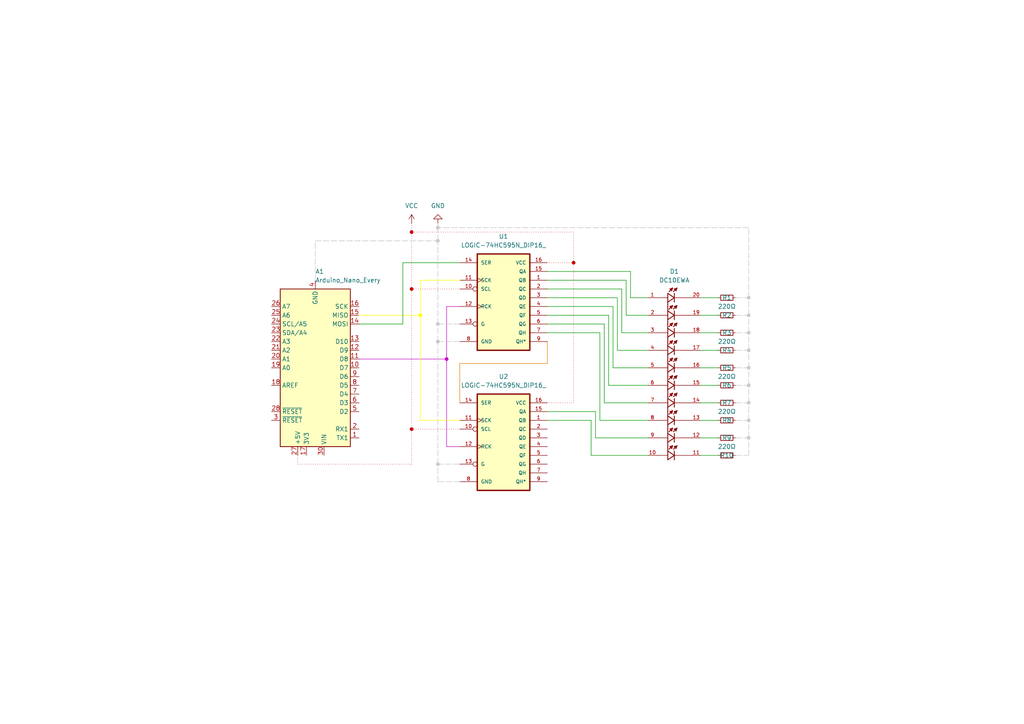
<source format=kicad_sch>
(kicad_sch (version 20230121) (generator eeschema)
  (paper "A4")
  (lib_symbols
    (symbol "74HC595N:LOGIC-74HC595N_DIP16_" (pin_names (offset 1.016))
      (property "Reference" "U" (at -7.6202 15.2404 0))
      (property "Value" "LOGIC-74HC595N_DIP16_" (at 0 15.2649 0))
      (symbol "LOGIC-74HC595N_DIP16__0_0"
        (rectangle (start -7.62 -13.97) (end 7.62 13.97) (stroke (width 0.4064)) (fill (type background)))
        (pin tri_state line (at 12.7 6.35 180) (length 5.08) (name "QB") (number "1"))
        (pin input inverted (at -12.7 3.81 0) (length 5.08) (name "SCL") (number "10"))
        (pin input clock (at -12.7 6.35 0) (length 5.08) (name "SCK") (number "11"))
        (pin input clock (at -12.7 -1.27 0) (length 5.08) (name "RCK") (number "12"))
        (pin input inverted (at -12.7 -6.35 0) (length 5.08) (name "G") (number "13"))
        (pin input line (at -12.7 11.43 0) (length 5.08) (name "SER") (number "14"))
        (pin tri_state line (at 12.7 8.89 180) (length 5.08) (name "QA") (number "15"))
        (pin power_in line (at 12.7 11.43 180) (length 5.08) (name "VCC") (number "16"))
        (pin tri_state line (at 12.7 3.81 180) (length 5.08) (name "QC") (number "2"))
        (pin tri_state line (at 12.7 1.27 180) (length 5.08) (name "QD") (number "3"))
        (pin tri_state line (at 12.7 -1.27 180) (length 5.08) (name "QE") (number "4"))
        (pin tri_state line (at 12.7 -3.81 180) (length 5.08) (name "QF") (number "5"))
        (pin tri_state line (at 12.7 -6.35 180) (length 5.08) (name "QG") (number "6"))
        (pin tri_state line (at 12.7 -8.89 180) (length 5.08) (name "QH") (number "7"))
        (pin power_in line (at -12.7 -11.43 0) (length 5.08) (name "GND") (number "8"))
        (pin tri_state line (at 12.7 -11.43 180) (length 5.08) (name "QH*") (number "9"))
      )
    )
    (symbol "DC10EWA:DC10EWA" (pin_names (offset 1.016))
      (property "Reference" "D" (at -7.62 27.94 0))
      (property "Value" "DC10EWA" (at -7.62 -27.94 0))
      (symbol "DC10EWA_0_0"
        (rectangle (start -1.905 -24.13) (end -1.905 24.13) (stroke (width 0.254)) (fill (type background)))
        (polyline (pts (xy -1.905 -24.13) (xy 0 -22.86)) (stroke (width 0.254)))
        (polyline (pts (xy -1.905 -22.86) (xy -5.08 -22.86)) (stroke (width 0.1524)))
        (polyline (pts (xy -1.905 -19.05) (xy 0 -17.78)) (stroke (width 0.254)))
        (polyline (pts (xy -1.905 -17.78) (xy -5.08 -17.78)) (stroke (width 0.1524)))
        (polyline (pts (xy -1.905 -13.97) (xy 0 -12.7)) (stroke (width 0.254)))
        (polyline (pts (xy -1.905 -12.7) (xy -5.08 -12.7)) (stroke (width 0.1524)))
        (polyline (pts (xy -1.905 -8.89) (xy 0 -7.62)) (stroke (width 0.254)))
        (polyline (pts (xy -1.905 -7.62) (xy -5.08 -7.62)) (stroke (width 0.1524)))
        (polyline (pts (xy -1.905 -3.81) (xy 0 -2.54)) (stroke (width 0.254)))
        (polyline (pts (xy -1.905 -2.54) (xy -5.08 -2.54)) (stroke (width 0.1524)))
        (polyline (pts (xy -1.905 1.27) (xy 0 2.54)) (stroke (width 0.254)))
        (polyline (pts (xy -1.905 2.54) (xy -5.08 2.54)) (stroke (width 0.1524)))
        (polyline (pts (xy -1.905 6.35) (xy 0 7.62)) (stroke (width 0.254)))
        (polyline (pts (xy -1.905 7.62) (xy -5.08 7.62)) (stroke (width 0.1524)))
        (polyline (pts (xy -1.905 11.43) (xy 0 12.7)) (stroke (width 0.254)))
        (polyline (pts (xy -1.905 12.7) (xy -5.08 12.7)) (stroke (width 0.1524)))
        (polyline (pts (xy -1.905 16.51) (xy 0 17.78)) (stroke (width 0.254)))
        (polyline (pts (xy -1.905 17.78) (xy -5.08 17.78)) (stroke (width 0.1524)))
        (polyline (pts (xy -1.905 21.59) (xy 0 22.86)) (stroke (width 0.254)))
        (polyline (pts (xy -1.905 22.86) (xy -5.08 22.86)) (stroke (width 0.1524)))
        (polyline (pts (xy -1.27 -20.32) (xy -0.508 -20.066)) (stroke (width 0.254)))
        (polyline (pts (xy -1.27 -15.24) (xy -0.508 -14.986)) (stroke (width 0.254)))
        (polyline (pts (xy -1.27 -10.16) (xy -0.508 -9.906)) (stroke (width 0.254)))
        (polyline (pts (xy -1.27 -5.08) (xy -0.508 -4.826)) (stroke (width 0.254)))
        (polyline (pts (xy -1.27 0) (xy -0.508 0.254)) (stroke (width 0.254)))
        (polyline (pts (xy -1.27 5.08) (xy -0.508 5.334)) (stroke (width 0.254)))
        (polyline (pts (xy -1.27 10.16) (xy -0.508 10.414)) (stroke (width 0.254)))
        (polyline (pts (xy -1.27 15.24) (xy -0.508 15.494)) (stroke (width 0.254)))
        (polyline (pts (xy -1.27 20.32) (xy -0.508 20.574)) (stroke (width 0.254)))
        (polyline (pts (xy -1.27 25.4) (xy -0.508 25.654)) (stroke (width 0.254)))
        (polyline (pts (xy -0.762 -20.828) (xy -1.27 -20.32)) (stroke (width 0.254)))
        (polyline (pts (xy -0.762 -20.32) (xy -1.524 -21.082)) (stroke (width 0.254)))
        (polyline (pts (xy -0.762 -20.32) (xy -1.27 -20.32)) (stroke (width 0.254)))
        (polyline (pts (xy -0.762 -20.32) (xy -0.762 -20.828)) (stroke (width 0.254)))
        (polyline (pts (xy -0.762 -15.748) (xy -1.27 -15.24)) (stroke (width 0.254)))
        (polyline (pts (xy -0.762 -15.24) (xy -1.524 -16.002)) (stroke (width 0.254)))
        (polyline (pts (xy -0.762 -15.24) (xy -1.27 -15.24)) (stroke (width 0.254)))
        (polyline (pts (xy -0.762 -15.24) (xy -0.762 -15.748)) (stroke (width 0.254)))
        (polyline (pts (xy -0.762 -10.668) (xy -1.27 -10.16)) (stroke (width 0.254)))
        (polyline (pts (xy -0.762 -10.16) (xy -1.524 -10.922)) (stroke (width 0.254)))
        (polyline (pts (xy -0.762 -10.16) (xy -1.27 -10.16)) (stroke (width 0.254)))
        (polyline (pts (xy -0.762 -10.16) (xy -0.762 -10.668)) (stroke (width 0.254)))
        (polyline (pts (xy -0.762 -5.588) (xy -1.27 -5.08)) (stroke (width 0.254)))
        (polyline (pts (xy -0.762 -5.08) (xy -1.524 -5.842)) (stroke (width 0.254)))
        (polyline (pts (xy -0.762 -5.08) (xy -1.27 -5.08)) (stroke (width 0.254)))
        (polyline (pts (xy -0.762 -5.08) (xy -0.762 -5.588)) (stroke (width 0.254)))
        (polyline (pts (xy -0.762 -0.508) (xy -1.27 0)) (stroke (width 0.254)))
        (polyline (pts (xy -0.762 0) (xy -1.524 -0.762)) (stroke (width 0.254)))
        (polyline (pts (xy -0.762 0) (xy -1.27 0)) (stroke (width 0.254)))
        (polyline (pts (xy -0.762 0) (xy -0.762 -0.508)) (stroke (width 0.254)))
        (polyline (pts (xy -0.762 4.572) (xy -1.27 5.08)) (stroke (width 0.254)))
        (polyline (pts (xy -0.762 5.08) (xy -1.524 4.318)) (stroke (width 0.254)))
        (polyline (pts (xy -0.762 5.08) (xy -1.27 5.08)) (stroke (width 0.254)))
        (polyline (pts (xy -0.762 5.08) (xy -0.762 4.572)) (stroke (width 0.254)))
        (polyline (pts (xy -0.762 9.652) (xy -1.27 10.16)) (stroke (width 0.254)))
        (polyline (pts (xy -0.762 10.16) (xy -1.524 9.398)) (stroke (width 0.254)))
        (polyline (pts (xy -0.762 10.16) (xy -1.27 10.16)) (stroke (width 0.254)))
        (polyline (pts (xy -0.762 10.16) (xy -0.762 9.652)) (stroke (width 0.254)))
        (polyline (pts (xy -0.762 14.732) (xy -1.27 15.24)) (stroke (width 0.254)))
        (polyline (pts (xy -0.762 15.24) (xy -1.524 14.478)) (stroke (width 0.254)))
        (polyline (pts (xy -0.762 15.24) (xy -1.27 15.24)) (stroke (width 0.254)))
        (polyline (pts (xy -0.762 15.24) (xy -0.762 14.732)) (stroke (width 0.254)))
        (polyline (pts (xy -0.762 19.812) (xy -1.27 20.32)) (stroke (width 0.254)))
        (polyline (pts (xy -0.762 20.32) (xy -1.524 19.558)) (stroke (width 0.254)))
        (polyline (pts (xy -0.762 20.32) (xy -1.27 20.32)) (stroke (width 0.254)))
        (polyline (pts (xy -0.762 20.32) (xy -0.762 19.812)) (stroke (width 0.254)))
        (polyline (pts (xy -0.762 24.892) (xy -1.27 25.4)) (stroke (width 0.254)))
        (polyline (pts (xy -0.762 25.4) (xy -1.524 24.638)) (stroke (width 0.254)))
        (polyline (pts (xy -0.762 25.4) (xy -1.27 25.4)) (stroke (width 0.254)))
        (polyline (pts (xy -0.762 25.4) (xy -0.762 24.892)) (stroke (width 0.254)))
        (polyline (pts (xy -0.508 -20.066) (xy -0.762 -20.828)) (stroke (width 0.254)))
        (polyline (pts (xy -0.508 -20.066) (xy -0.762 -20.32)) (stroke (width 0.254)))
        (polyline (pts (xy -0.508 -14.986) (xy -0.762 -15.748)) (stroke (width 0.254)))
        (polyline (pts (xy -0.508 -14.986) (xy -0.762 -15.24)) (stroke (width 0.254)))
        (polyline (pts (xy -0.508 -9.906) (xy -0.762 -10.668)) (stroke (width 0.254)))
        (polyline (pts (xy -0.508 -9.906) (xy -0.762 -10.16)) (stroke (width 0.254)))
        (polyline (pts (xy -0.508 -4.826) (xy -0.762 -5.588)) (stroke (width 0.254)))
        (polyline (pts (xy -0.508 -4.826) (xy -0.762 -5.08)) (stroke (width 0.254)))
        (polyline (pts (xy -0.508 0.254) (xy -0.762 -0.508)) (stroke (width 0.254)))
        (polyline (pts (xy -0.508 0.254) (xy -0.762 0)) (stroke (width 0.254)))
        (polyline (pts (xy -0.508 5.334) (xy -0.762 4.572)) (stroke (width 0.254)))
        (polyline (pts (xy -0.508 5.334) (xy -0.762 5.08)) (stroke (width 0.254)))
        (polyline (pts (xy -0.508 10.414) (xy -0.762 9.652)) (stroke (width 0.254)))
        (polyline (pts (xy -0.508 10.414) (xy -0.762 10.16)) (stroke (width 0.254)))
        (polyline (pts (xy -0.508 15.494) (xy -0.762 14.732)) (stroke (width 0.254)))
        (polyline (pts (xy -0.508 15.494) (xy -0.762 15.24)) (stroke (width 0.254)))
        (polyline (pts (xy -0.508 20.574) (xy -0.762 19.812)) (stroke (width 0.254)))
        (polyline (pts (xy -0.508 20.574) (xy -0.762 20.32)) (stroke (width 0.254)))
        (polyline (pts (xy -0.508 25.654) (xy -0.762 24.892)) (stroke (width 0.254)))
        (polyline (pts (xy -0.508 25.654) (xy -0.762 25.4)) (stroke (width 0.254)))
        (polyline (pts (xy 0 -22.86) (xy -1.905 -21.59)) (stroke (width 0.254)))
        (polyline (pts (xy 0 -22.86) (xy 5.08 -22.86)) (stroke (width 0.1524)))
        (polyline (pts (xy 0 -21.59) (xy 0 -24.13)) (stroke (width 0.254)))
        (polyline (pts (xy 0 -20.32) (xy 0.762 -20.066)) (stroke (width 0.254)))
        (polyline (pts (xy 0 -17.78) (xy -1.905 -16.51)) (stroke (width 0.254)))
        (polyline (pts (xy 0 -17.78) (xy 5.08 -17.78)) (stroke (width 0.1524)))
        (polyline (pts (xy 0 -16.51) (xy 0 -19.05)) (stroke (width 0.254)))
        (polyline (pts (xy 0 -15.24) (xy 0.762 -14.986)) (stroke (width 0.254)))
        (polyline (pts (xy 0 -12.7) (xy -1.905 -11.43)) (stroke (width 0.254)))
        (polyline (pts (xy 0 -12.7) (xy 5.08 -12.7)) (stroke (width 0.1524)))
        (polyline (pts (xy 0 -11.43) (xy 0 -13.97)) (stroke (width 0.254)))
        (polyline (pts (xy 0 -10.16) (xy 0.762 -9.906)) (stroke (width 0.254)))
        (polyline (pts (xy 0 -7.62) (xy -1.905 -6.35)) (stroke (width 0.254)))
        (polyline (pts (xy 0 -7.62) (xy 5.08 -7.62)) (stroke (width 0.1524)))
        (polyline (pts (xy 0 -6.35) (xy 0 -8.89)) (stroke (width 0.254)))
        (polyline (pts (xy 0 -5.08) (xy 0.762 -4.826)) (stroke (width 0.254)))
        (polyline (pts (xy 0 -2.54) (xy -1.905 -1.27)) (stroke (width 0.254)))
        (polyline (pts (xy 0 -2.54) (xy 5.08 -2.54)) (stroke (width 0.1524)))
        (polyline (pts (xy 0 -1.27) (xy 0 -3.81)) (stroke (width 0.254)))
        (polyline (pts (xy 0 0) (xy 0.762 0.254)) (stroke (width 0.254)))
        (polyline (pts (xy 0 2.54) (xy -1.905 3.81)) (stroke (width 0.254)))
        (polyline (pts (xy 0 2.54) (xy 5.08 2.54)) (stroke (width 0.1524)))
        (polyline (pts (xy 0 3.81) (xy 0 1.27)) (stroke (width 0.254)))
        (polyline (pts (xy 0 5.08) (xy 0.762 5.334)) (stroke (width 0.254)))
        (polyline (pts (xy 0 7.62) (xy -1.905 8.89)) (stroke (width 0.254)))
        (polyline (pts (xy 0 7.62) (xy 5.08 7.62)) (stroke (width 0.1524)))
        (polyline (pts (xy 0 8.89) (xy 0 6.35)) (stroke (width 0.254)))
        (polyline (pts (xy 0 10.16) (xy 0.762 10.414)) (stroke (width 0.254)))
        (polyline (pts (xy 0 12.7) (xy -1.905 13.97)) (stroke (width 0.254)))
        (polyline (pts (xy 0 12.7) (xy 5.08 12.7)) (stroke (width 0.1524)))
        (polyline (pts (xy 0 13.97) (xy 0 11.43)) (stroke (width 0.254)))
        (polyline (pts (xy 0 15.24) (xy 0.762 15.494)) (stroke (width 0.254)))
        (polyline (pts (xy 0 17.78) (xy -1.905 19.05)) (stroke (width 0.254)))
        (polyline (pts (xy 0 17.78) (xy 5.08 17.78)) (stroke (width 0.1524)))
        (polyline (pts (xy 0 19.05) (xy 0 16.51)) (stroke (width 0.254)))
        (polyline (pts (xy 0 20.32) (xy 0.762 20.574)) (stroke (width 0.254)))
        (polyline (pts (xy 0 22.86) (xy -1.905 24.13)) (stroke (width 0.254)))
        (polyline (pts (xy 0 22.86) (xy 5.08 22.86)) (stroke (width 0.1524)))
        (polyline (pts (xy 0 24.13) (xy 0 21.59)) (stroke (width 0.254)))
        (polyline (pts (xy 0 25.4) (xy 0.762 25.654)) (stroke (width 0.254)))
        (polyline (pts (xy 0.508 -20.828) (xy 0 -20.32)) (stroke (width 0.254)))
        (polyline (pts (xy 0.508 -20.32) (xy -0.254 -21.082)) (stroke (width 0.254)))
        (polyline (pts (xy 0.508 -20.32) (xy 0 -20.32)) (stroke (width 0.254)))
        (polyline (pts (xy 0.508 -20.32) (xy 0.508 -20.828)) (stroke (width 0.254)))
        (polyline (pts (xy 0.508 -15.748) (xy 0 -15.24)) (stroke (width 0.254)))
        (polyline (pts (xy 0.508 -15.24) (xy -0.254 -16.002)) (stroke (width 0.254)))
        (polyline (pts (xy 0.508 -15.24) (xy 0 -15.24)) (stroke (width 0.254)))
        (polyline (pts (xy 0.508 -15.24) (xy 0.508 -15.748)) (stroke (width 0.254)))
        (polyline (pts (xy 0.508 -10.668) (xy 0 -10.16)) (stroke (width 0.254)))
        (polyline (pts (xy 0.508 -10.16) (xy -0.254 -10.922)) (stroke (width 0.254)))
        (polyline (pts (xy 0.508 -10.16) (xy 0 -10.16)) (stroke (width 0.254)))
        (polyline (pts (xy 0.508 -10.16) (xy 0.508 -10.668)) (stroke (width 0.254)))
        (polyline (pts (xy 0.508 -5.588) (xy 0 -5.08)) (stroke (width 0.254)))
        (polyline (pts (xy 0.508 -5.08) (xy -0.254 -5.842)) (stroke (width 0.254)))
        (polyline (pts (xy 0.508 -5.08) (xy 0 -5.08)) (stroke (width 0.254)))
        (polyline (pts (xy 0.508 -5.08) (xy 0.508 -5.588)) (stroke (width 0.254)))
        (polyline (pts (xy 0.508 -0.508) (xy 0 0)) (stroke (width 0.254)))
        (polyline (pts (xy 0.508 0) (xy -0.254 -0.762)) (stroke (width 0.254)))
        (polyline (pts (xy 0.508 0) (xy 0 0)) (stroke (width 0.254)))
        (polyline (pts (xy 0.508 0) (xy 0.508 -0.508)) (stroke (width 0.254)))
        (polyline (pts (xy 0.508 4.572) (xy 0 5.08)) (stroke (width 0.254)))
        (polyline (pts (xy 0.508 5.08) (xy -0.254 4.318)) (stroke (width 0.254)))
        (polyline (pts (xy 0.508 5.08) (xy 0 5.08)) (stroke (width 0.254)))
        (polyline (pts (xy 0.508 5.08) (xy 0.508 4.572)) (stroke (width 0.254)))
        (polyline (pts (xy 0.508 9.652) (xy 0 10.16)) (stroke (width 0.254)))
        (polyline (pts (xy 0.508 10.16) (xy -0.254 9.398)) (stroke (width 0.254)))
        (polyline (pts (xy 0.508 10.16) (xy 0 10.16)) (stroke (width 0.254)))
        (polyline (pts (xy 0.508 10.16) (xy 0.508 9.652)) (stroke (width 0.254)))
        (polyline (pts (xy 0.508 14.732) (xy 0 15.24)) (stroke (width 0.254)))
        (polyline (pts (xy 0.508 15.24) (xy -0.254 14.478)) (stroke (width 0.254)))
        (polyline (pts (xy 0.508 15.24) (xy 0 15.24)) (stroke (width 0.254)))
        (polyline (pts (xy 0.508 15.24) (xy 0.508 14.732)) (stroke (width 0.254)))
        (polyline (pts (xy 0.508 19.812) (xy 0 20.32)) (stroke (width 0.254)))
        (polyline (pts (xy 0.508 20.32) (xy -0.254 19.558)) (stroke (width 0.254)))
        (polyline (pts (xy 0.508 20.32) (xy 0 20.32)) (stroke (width 0.254)))
        (polyline (pts (xy 0.508 20.32) (xy 0.508 19.812)) (stroke (width 0.254)))
        (polyline (pts (xy 0.508 24.892) (xy 0 25.4)) (stroke (width 0.254)))
        (polyline (pts (xy 0.508 25.4) (xy -0.254 24.638)) (stroke (width 0.254)))
        (polyline (pts (xy 0.508 25.4) (xy 0 25.4)) (stroke (width 0.254)))
        (polyline (pts (xy 0.508 25.4) (xy 0.508 24.892)) (stroke (width 0.254)))
        (polyline (pts (xy 0.762 -20.066) (xy 0.508 -20.828)) (stroke (width 0.254)))
        (polyline (pts (xy 0.762 -20.066) (xy 0.508 -20.32)) (stroke (width 0.254)))
        (polyline (pts (xy 0.762 -14.986) (xy 0.508 -15.748)) (stroke (width 0.254)))
        (polyline (pts (xy 0.762 -14.986) (xy 0.508 -15.24)) (stroke (width 0.254)))
        (polyline (pts (xy 0.762 -9.906) (xy 0.508 -10.668)) (stroke (width 0.254)))
        (polyline (pts (xy 0.762 -9.906) (xy 0.508 -10.16)) (stroke (width 0.254)))
        (polyline (pts (xy 0.762 -4.826) (xy 0.508 -5.588)) (stroke (width 0.254)))
        (polyline (pts (xy 0.762 -4.826) (xy 0.508 -5.08)) (stroke (width 0.254)))
        (polyline (pts (xy 0.762 0.254) (xy 0.508 -0.508)) (stroke (width 0.254)))
        (polyline (pts (xy 0.762 0.254) (xy 0.508 0)) (stroke (width 0.254)))
        (polyline (pts (xy 0.762 5.334) (xy 0.508 4.572)) (stroke (width 0.254)))
        (polyline (pts (xy 0.762 5.334) (xy 0.508 5.08)) (stroke (width 0.254)))
        (polyline (pts (xy 0.762 10.414) (xy 0.508 9.652)) (stroke (width 0.254)))
        (polyline (pts (xy 0.762 10.414) (xy 0.508 10.16)) (stroke (width 0.254)))
        (polyline (pts (xy 0.762 15.494) (xy 0.508 14.732)) (stroke (width 0.254)))
        (polyline (pts (xy 0.762 15.494) (xy 0.508 15.24)) (stroke (width 0.254)))
        (polyline (pts (xy 0.762 20.574) (xy 0.508 19.812)) (stroke (width 0.254)))
        (polyline (pts (xy 0.762 20.574) (xy 0.508 20.32)) (stroke (width 0.254)))
        (polyline (pts (xy 0.762 25.654) (xy 0.508 24.892)) (stroke (width 0.254)))
        (polyline (pts (xy 0.762 25.654) (xy 0.508 25.4)) (stroke (width 0.254)))
        (pin passive line (at -7.62 22.86 0) (length 2.54) (name "~") (number "1"))
        (pin passive line (at -7.62 -22.86 0) (length 2.54) (name "~") (number "10"))
        (pin passive line (at 7.62 -22.86 180) (length 2.54) (name "~") (number "11"))
        (pin passive line (at 7.62 -17.78 180) (length 2.54) (name "~") (number "12"))
        (pin passive line (at 7.62 -12.7 180) (length 2.54) (name "~") (number "13"))
        (pin passive line (at 7.62 -7.62 180) (length 2.54) (name "~") (number "14"))
        (pin passive line (at 7.62 -2.54 180) (length 2.54) (name "~") (number "15"))
        (pin passive line (at 7.62 2.54 180) (length 2.54) (name "~") (number "16"))
        (pin passive line (at 7.62 7.62 180) (length 2.54) (name "~") (number "17"))
        (pin passive line (at 7.62 12.7 180) (length 2.54) (name "~") (number "18"))
        (pin passive line (at 7.62 17.78 180) (length 2.54) (name "~") (number "19"))
        (pin passive line (at -7.62 17.78 0) (length 2.54) (name "~") (number "2"))
        (pin passive line (at 7.62 22.86 180) (length 2.54) (name "~") (number "20"))
        (pin passive line (at -7.62 12.7 0) (length 2.54) (name "~") (number "3"))
        (pin passive line (at -7.62 7.62 0) (length 2.54) (name "~") (number "4"))
        (pin passive line (at -7.62 2.54 0) (length 2.54) (name "~") (number "5"))
        (pin passive line (at -7.62 -2.54 0) (length 2.54) (name "~") (number "6"))
        (pin passive line (at -7.62 -7.62 0) (length 2.54) (name "~") (number "7"))
        (pin passive line (at -7.62 -12.7 0) (length 2.54) (name "~") (number "8"))
        (pin passive line (at -7.62 -17.78 0) (length 2.54) (name "~") (number "9"))
      )
    )
    (symbol "Device:R_Small" (pin_numbers hide) (pin_names (offset 0.254) hide)
      (property "Reference" "R" (at 0.762 0.508 0))
      (property "Value" "R_Small" (at 0.762 -1.016 0))
      (symbol "R_Small_0_1"
        (rectangle (start -0.762 1.778) (end 0.762 -1.778) (stroke (width 0.2032)))
      )
      (symbol "R_Small_1_1"
        (pin passive line (at 0 2.54 270) (length 0.762) (name "~") (number "1"))
        (pin passive line (at 0 -2.54 90) (length 0.762) (name "~") (number "2"))
      )
    )
    (symbol "MCU_Module:Arduino_Nano_Every"
      (property "Reference" "A" (at -10.16 23.495 0))
      (property "Value" "Arduino_Nano_Every" (at 5.08 -24.13 0))
      (symbol "Arduino_Nano_Every_0_1"
        (rectangle (start -10.16 22.86) (end 10.16 -22.86) (stroke (width 0.254)) (fill (type background)))
      )
      (symbol "Arduino_Nano_Every_1_1"
        (pin bidirectional line (at -12.7 20.32 0) (length 2.54) (name "TX1") (number "1"))
        (pin bidirectional line (at -12.7 0 0) (length 2.54) (name "D7") (number "10"))
        (pin bidirectional line (at -12.7 -2.54 0) (length 2.54) (name "D8") (number "11"))
        (pin bidirectional line (at -12.7 -5.08 0) (length 2.54) (name "D9") (number "12"))
        (pin bidirectional line (at -12.7 -7.62 0) (length 2.54) (name "D10") (number "13"))
        (pin bidirectional line (at -12.7 -12.7 0) (length 2.54) (name "MOSI") (number "14"))
        (pin bidirectional line (at -12.7 -15.24 0) (length 2.54) (name "MISO") (number "15"))
        (pin bidirectional line (at -12.7 -17.78 0) (length 2.54) (name "SCK") (number "16"))
        (pin power_out line (at 2.54 25.4 270) (length 2.54) (name "3V3") (number "17"))
        (pin input line (at 12.7 5.08 180) (length 2.54) (name "AREF") (number "18"))
        (pin bidirectional line (at 12.7 0 180) (length 2.54) (name "A0") (number "19"))
        (pin bidirectional line (at -12.7 17.78 0) (length 2.54) (name "RX1") (number "2"))
        (pin bidirectional line (at 12.7 -2.54 180) (length 2.54) (name "A1") (number "20"))
        (pin bidirectional line (at 12.7 -5.08 180) (length 2.54) (name "A2") (number "21"))
        (pin bidirectional line (at 12.7 -7.62 180) (length 2.54) (name "A3") (number "22"))
        (pin bidirectional line (at 12.7 -10.16 180) (length 2.54) (name "SDA/A4") (number "23"))
        (pin bidirectional line (at 12.7 -12.7 180) (length 2.54) (name "SCL/A5") (number "24"))
        (pin bidirectional line (at 12.7 -15.24 180) (length 2.54) (name "A6") (number "25"))
        (pin bidirectional line (at 12.7 -17.78 180) (length 2.54) (name "A7") (number "26"))
        (pin power_out line (at 5.08 25.4 270) (length 2.54) (name "+5V") (number "27"))
        (pin input line (at 12.7 12.7 180) (length 2.54) (name "~{RESET}") (number "28"))
        (pin passive line (at 0 -25.4 90) (length 2.54) hide (name "GND") (number "29"))
        (pin input line (at 12.7 15.24 180) (length 2.54) (name "~{RESET}") (number "3"))
        (pin power_in line (at -2.54 25.4 270) (length 2.54) (name "VIN") (number "30"))
        (pin power_in line (at 0 -25.4 90) (length 2.54) (name "GND") (number "4"))
        (pin bidirectional line (at -12.7 12.7 0) (length 2.54) (name "D2") (number "5"))
        (pin bidirectional line (at -12.7 10.16 0) (length 2.54) (name "D3") (number "6"))
        (pin bidirectional line (at -12.7 7.62 0) (length 2.54) (name "D4") (number "7"))
        (pin bidirectional line (at -12.7 5.08 0) (length 2.54) (name "D5") (number "8"))
        (pin bidirectional line (at -12.7 2.54 0) (length 2.54) (name "D6") (number "9"))
      )
    )
    (symbol "power:GND" (power) (pin_names (offset 0))
      (property "Value" "GND" (at 0 -3.81 0))
      (symbol "GND_0_1"
        (polyline (pts (xy 0 0) (xy 0 -1.27) (xy 1.27 -1.27) (xy 0 -2.54) (xy -1.27 -1.27) (xy 0 -1.27)))
      )
      (symbol "GND_1_1"
        (pin power_in line (at 0 0 270) (length 0) hide (name "GND") (number "1"))
      )
    )
    (symbol "power:VCC" (power) (pin_names (offset 0))
      (property "Value" "VCC" (at 0 3.81 0))
      (symbol "VCC_0_1"
        (polyline (pts (xy -0.762 1.27) (xy 0 2.54)))
        (polyline (pts (xy 0 0) (xy 0 2.54)))
        (polyline (pts (xy 0 2.54) (xy 0.762 1.27)))
      )
      (symbol "VCC_1_1"
        (pin power_in line (at 0 0 90) (length 0) hide (name "VCC") (number "1"))
      )
    )
  )
  (junction (at 217.17 86.36) (color 194 194 194 1))
  (junction (at 217.17 116.84) (color 194 194 194 1))
  (junction (at 217.17 127) (color 194 194 194 1))
  (junction (at 119.38 67.31) (color 194 0 0 1))
  (junction (at 217.17 101.6) (color 194 194 194 1))
  (junction (at 217.17 96.52) (color 194 194 194 1))
  (junction (at 127 99.06) (color 194 194 194 1))
  (junction (at 217.17 106.68) (color 194 194 194 1))
  (junction (at 127 93.98) (color 194 194 194 1))
  (junction (at 217.17 91.44) (color 194 194 194 1))
  (junction (at 127 69.85) (color 194 194 194 1))
  (junction (at 166.37 76.2) (color 194 0 0 1))
  (junction (at 129.54 104.14) (color 194 0 194 1))
  (junction (at 119.38 124.46) (color 194 0 0 1))
  (junction (at 119.38 83.82) (color 194 0 0 1))
  (junction (at 121.92 91.44) (color 255 255 0 1))
  (junction (at 217.17 111.76) (color 194 194 194 1))
  (junction (at 127 134.62) (color 194 194 194 1))
  (junction (at 127 66.04) (color 194 194 194 1))
  (junction (at 217.17 121.92) (color 194 194 194 1))
  (wire (pts (xy 213.36 96.52) (xy 217.17 96.52)) (stroke (width 0) (type dash) (color 194 194 194 1)))
  (wire (pts (xy 91.44 69.85) (xy 127 69.85)) (stroke (width 0) (type dash) (color 194 194 194 1)))
  (wire (pts (xy 166.37 67.31) (xy 119.38 67.31)) (stroke (width 0) (type dot) (color 194 0 0 1)))
  (wire (pts (xy 127 139.7) (xy 127 134.62)) (stroke (width 0) (type dash) (color 194 194 194 1)))
  (wire (pts (xy 158.75 81.28) (xy 181.61 81.28)))
  (wire (pts (xy 158.75 119.38) (xy 172.72 119.38)))
  (wire (pts (xy 176.53 91.44) (xy 176.53 111.76)))
  (wire (pts (xy 158.75 78.74) (xy 182.88 78.74)))
  (wire (pts (xy 173.99 121.92) (xy 187.96 121.92)))
  (wire (pts (xy 217.17 91.44) (xy 217.17 86.36)) (stroke (width 0) (type dash) (color 194 194 194 1)))
  (wire (pts (xy 179.07 101.6) (xy 187.96 101.6)))
  (wire (pts (xy 213.36 116.84) (xy 217.17 116.84)) (stroke (width 0) (type dash) (color 194 194 194 1)))
  (wire (pts (xy 158.75 88.9) (xy 177.8 88.9)))
  (wire (pts (xy 158.75 99.06) (xy 158.75 105.41)) (stroke (width 0) (color 221 133 0 1)))
  (wire (pts (xy 217.17 132.08) (xy 217.17 127)) (stroke (width 0) (type dash) (color 194 194 194 1)))
  (wire (pts (xy 213.36 86.36) (xy 217.17 86.36)) (stroke (width 0) (type dash) (color 194 194 194 1)))
  (wire (pts (xy 217.17 121.92) (xy 217.17 116.84)) (stroke (width 0) (type dash) (color 194 194 194 1)))
  (wire (pts (xy 119.38 83.82) (xy 119.38 124.46)) (stroke (width 0) (type dot) (color 194 0 0 1)))
  (wire (pts (xy 217.17 127) (xy 217.17 121.92)) (stroke (width 0) (type dash) (color 194 194 194 1)))
  (wire (pts (xy 127 66.04) (xy 127 64.77)) (stroke (width 0) (type dash) (color 194 194 194 1)))
  (wire (pts (xy 213.36 101.6) (xy 217.17 101.6)) (stroke (width 0) (type dash) (color 194 194 194 1)))
  (wire (pts (xy 203.2 86.36) (xy 208.28 86.36)))
  (wire (pts (xy 158.75 116.84) (xy 166.37 116.84)) (stroke (width 0) (type dot) (color 194 0 0 1)))
  (wire (pts (xy 217.17 106.68) (xy 217.17 101.6)) (stroke (width 0) (type dash) (color 194 194 194 1)))
  (wire (pts (xy 133.35 139.7) (xy 127 139.7)) (stroke (width 0) (type dash) (color 194 194 194 1)))
  (wire (pts (xy 119.38 83.82) (xy 133.35 83.82)) (stroke (width 0) (type dot) (color 194 0 0 1)))
  (wire (pts (xy 127 99.06) (xy 133.35 99.06)) (stroke (width 0) (type dash) (color 194 194 194 1)))
  (wire (pts (xy 158.75 93.98) (xy 175.26 93.98)))
  (wire (pts (xy 121.92 81.28) (xy 133.35 81.28)) (stroke (width 0) (color 255 255 0 1)))
  (wire (pts (xy 181.61 81.28) (xy 181.61 91.44)))
  (wire (pts (xy 116.84 93.98) (xy 104.14 93.98)))
  (wire (pts (xy 104.14 91.44) (xy 121.92 91.44)) (stroke (width 0) (color 255 255 0 1)))
  (wire (pts (xy 127 93.98) (xy 127 69.85)) (stroke (width 0) (type dash) (color 194 194 194 1)))
  (wire (pts (xy 203.2 127) (xy 208.28 127)))
  (wire (pts (xy 180.34 83.82) (xy 180.34 96.52)))
  (wire (pts (xy 166.37 76.2) (xy 158.75 76.2)) (stroke (width 0) (type dot) (color 194 0 0 1)))
  (wire (pts (xy 119.38 124.46) (xy 133.35 124.46)) (stroke (width 0) (type dot) (color 194 0 0 1)))
  (wire (pts (xy 217.17 111.76) (xy 217.17 106.68)) (stroke (width 0) (type dash) (color 194 194 194 1)))
  (wire (pts (xy 121.92 91.44) (xy 121.92 121.92)) (stroke (width 0) (color 255 255 0 1)))
  (wire (pts (xy 181.61 91.44) (xy 187.96 91.44)))
  (wire (pts (xy 213.36 91.44) (xy 217.17 91.44)) (stroke (width 0) (type dash) (color 194 194 194 1)))
  (wire (pts (xy 176.53 111.76) (xy 187.96 111.76)))
  (wire (pts (xy 173.99 96.52) (xy 173.99 121.92)))
  (wire (pts (xy 172.72 119.38) (xy 172.72 127)))
  (wire (pts (xy 203.2 111.76) (xy 208.28 111.76)))
  (wire (pts (xy 179.07 86.36) (xy 179.07 101.6)))
  (wire (pts (xy 166.37 116.84) (xy 166.37 76.2)) (stroke (width 0) (type dot) (color 194 0 0 1)))
  (wire (pts (xy 127 69.85) (xy 127 66.04)) (stroke (width 0) (type dash) (color 194 194 194 1)))
  (wire (pts (xy 127 134.62) (xy 133.35 134.62)) (stroke (width 0) (type dash) (color 194 194 194 1)))
  (wire (pts (xy 213.36 132.08) (xy 217.17 132.08)) (stroke (width 0) (type dash) (color 194 194 194 1)))
  (wire (pts (xy 203.2 96.52) (xy 208.28 96.52)))
  (wire (pts (xy 127 134.62) (xy 127 99.06)) (stroke (width 0) (type dash) (color 194 194 194 1)))
  (wire (pts (xy 158.75 91.44) (xy 176.53 91.44)))
  (wire (pts (xy 158.75 121.92) (xy 171.45 121.92)))
  (wire (pts (xy 158.75 96.52) (xy 173.99 96.52)))
  (wire (pts (xy 203.2 101.6) (xy 208.28 101.6)))
  (wire (pts (xy 180.34 96.52) (xy 187.96 96.52)))
  (wire (pts (xy 203.2 106.68) (xy 208.28 106.68)))
  (wire (pts (xy 119.38 64.77) (xy 119.38 67.31)) (stroke (width 0) (type dot) (color 194 0 0 1)))
  (wire (pts (xy 203.2 116.84) (xy 208.28 116.84)))
  (wire (pts (xy 213.36 127) (xy 217.17 127)) (stroke (width 0) (type dash) (color 194 194 194 1)))
  (wire (pts (xy 213.36 121.92) (xy 217.17 121.92)) (stroke (width 0) (type dash) (color 194 194 194 1)))
  (wire (pts (xy 177.8 106.68) (xy 187.96 106.68)))
  (wire (pts (xy 217.17 96.52) (xy 217.17 91.44)) (stroke (width 0) (type dash) (color 194 194 194 1)))
  (wire (pts (xy 119.38 134.62) (xy 119.38 124.46)) (stroke (width 0) (type dot) (color 194 0 0 1)))
  (wire (pts (xy 172.72 127) (xy 187.96 127)))
  (wire (pts (xy 133.35 105.41) (xy 133.35 116.84)) (stroke (width 0) (color 221 133 0 1)))
  (wire (pts (xy 213.36 111.76) (xy 217.17 111.76)) (stroke (width 0) (type dash) (color 194 194 194 1)))
  (wire (pts (xy 129.54 104.14) (xy 129.54 129.54)) (stroke (width 0) (color 194 0 194 1)))
  (wire (pts (xy 133.35 88.9) (xy 129.54 88.9)) (stroke (width 0) (color 194 0 194 1)))
  (wire (pts (xy 171.45 121.92) (xy 171.45 132.08)))
  (wire (pts (xy 127 93.98) (xy 133.35 93.98)) (stroke (width 0) (type dash) (color 194 194 194 1)))
  (wire (pts (xy 129.54 129.54) (xy 133.35 129.54)) (stroke (width 0) (color 194 0 194 1)))
  (wire (pts (xy 86.36 134.62) (xy 119.38 134.62)) (stroke (width 0) (type dot) (color 194 0 0 1)))
  (wire (pts (xy 104.14 104.14) (xy 129.54 104.14)) (stroke (width 0) (color 194 0 194 1)))
  (wire (pts (xy 203.2 121.92) (xy 208.28 121.92)))
  (wire (pts (xy 129.54 88.9) (xy 129.54 104.14)) (stroke (width 0) (color 194 0 194 1)))
  (wire (pts (xy 217.17 86.36) (xy 217.17 66.04)) (stroke (width 0) (type dash) (color 194 194 194 1)))
  (wire (pts (xy 203.2 132.08) (xy 208.28 132.08)))
  (wire (pts (xy 116.84 76.2) (xy 116.84 93.98)))
  (wire (pts (xy 158.75 83.82) (xy 180.34 83.82)))
  (wire (pts (xy 158.75 86.36) (xy 179.07 86.36)))
  (wire (pts (xy 133.35 76.2) (xy 116.84 76.2)))
  (wire (pts (xy 158.75 105.41) (xy 133.35 105.41)) (stroke (width 0) (color 221 133 0 1)))
  (wire (pts (xy 217.17 116.84) (xy 217.17 111.76)) (stroke (width 0) (type dash) (color 194 194 194 1)))
  (wire (pts (xy 217.17 66.04) (xy 127 66.04)) (stroke (width 0) (type dash) (color 194 194 194 1)))
  (wire (pts (xy 213.36 106.68) (xy 217.17 106.68)) (stroke (width 0) (type dash) (color 194 194 194 1)))
  (wire (pts (xy 166.37 76.2) (xy 166.37 67.31)) (stroke (width 0) (type dot) (color 194 0 0 1)))
  (wire (pts (xy 182.88 86.36) (xy 187.96 86.36)))
  (wire (pts (xy 171.45 132.08) (xy 187.96 132.08)))
  (wire (pts (xy 127 99.06) (xy 127 93.98)) (stroke (width 0) (type dash) (color 194 194 194 1)))
  (wire (pts (xy 121.92 121.92) (xy 133.35 121.92)) (stroke (width 0) (color 255 255 0 1)))
  (wire (pts (xy 203.2 91.44) (xy 208.28 91.44)))
  (wire (pts (xy 177.8 88.9) (xy 177.8 106.68)))
  (wire (pts (xy 86.36 132.08) (xy 86.36 134.62)) (stroke (width 0) (type dot) (color 194 0 0 1)))
  (wire (pts (xy 121.92 91.44) (xy 121.92 81.28)) (stroke (width 0) (color 255 255 0 1)))
  (wire (pts (xy 175.26 93.98) (xy 175.26 116.84)))
  (wire (pts (xy 91.44 81.28) (xy 91.44 69.85)) (stroke (width 0) (type dash) (color 194 194 194 1)))
  (wire (pts (xy 217.17 101.6) (xy 217.17 96.52)) (stroke (width 0) (type dash) (color 194 194 194 1)))
  (wire (pts (xy 175.26 116.84) (xy 187.96 116.84)))
  (wire (pts (xy 119.38 67.31) (xy 119.38 83.82)) (stroke (width 0) (type dot) (color 194 0 0 1)))
  (wire (pts (xy 182.88 78.74) (xy 182.88 86.36)))
  (symbol (lib_id "Device:R_Small") (at 210.82 116.84 90) (unit 1)
    (property "Reference" "R7" (at 210.82 116.84 90))
    (property "Value" "220Ω" (effects hide))
    (property "Footprint" "Resistor_THT:R_Axial_DIN0204_L3.6mm_D1.6mm_P7.62mm_Horizontal" (effects hide))
  )
  (symbol (lib_id "power:GND") (at 127 64.77 180) (unit 1)
    (property "Reference" "#PWR01" (effects hide))
    (property "Value" "GND" (at 127 59.69 0))
  )
  (symbol (lib_id "Device:R_Small") (at 210.82 121.92 90) (unit 1)
    (property "Reference" "R8" (at 210.82 121.92 90))
    (property "Value" "220Ω" (at 210.82 119.38 90))
    (property "Footprint" "Resistor_THT:R_Axial_DIN0204_L3.6mm_D1.6mm_P7.62mm_Horizontal" (effects hide))
  )
  (symbol (lib_id "Device:R_Small") (at 210.82 106.68 90) (unit 1)
    (property "Reference" "R5" (at 210.82 106.68 90))
    (property "Value" "220Ω" (effects hide))
    (property "Footprint" "Resistor_THT:R_Axial_DIN0204_L3.6mm_D1.6mm_P7.62mm_Horizontal" (effects hide))
  )
  (symbol (lib_id "power:VCC") (at 119.38 64.77 0) (unit 1)
    (property "Reference" "#PWR02" (effects hide))
    (property "Value" "VCC" (at 119.38 59.69 0))
  )
  (symbol (lib_id "Device:R_Small") (at 210.82 111.76 90) (unit 1)
    (property "Reference" "R6" (at 210.82 111.76 90))
    (property "Value" "220Ω" (at 210.82 109.22 90))
    (property "Footprint" "Resistor_THT:R_Axial_DIN0204_L3.6mm_D1.6mm_P7.62mm_Horizontal" (effects hide))
  )
  (symbol (lib_id "74HC595N:LOGIC-74HC595N_DIP16_") (at 146.05 128.27 0) (unit 1)
    (property "Reference" "U2" (at 146.05 109.22 0))
    (property "Value" "LOGIC-74HC595N_DIP16_" (at 146.05 111.76 0))
    (property "Footprint" "74HC595N:DIP16-2.54-20.32X5.84MM" (effects hide))
    (property "MF" "Texas Instruments" (effects hide))
    (property "Description" "\nShift Shift Register 1 Element 8 Bit 16-PDIP\n" (effects hide))
    (property "Package" "SOT38-4-16 Nexperia" (effects hide))
    (property "MPN" "74HC595N" (effects hide))
    (property "Price" "None" (effects hide))
    (property "VALUE" "74HC595N-DIP16" (effects hide))
    (property "SnapEDA_Link" "https://www.snapeda.com/parts/74HC595N/Texas+Instruments/view-part/?ref=snap" (effects hide))
    (property "MP" "74HC595N" (effects hide))
    (property "Purchase-URL" "https://www.snapeda.com/api/url_track_click_mouser/?unipart_id=48973&manufacturer=Texas Instruments&part_name=74HC595N&search_term=74hc595n" (effects hide))
    (property "Availability" "Not in stock" (effects hide))
    (property "Check_prices" "https://www.snapeda.com/parts/74HC595N/Texas+Instruments/view-part/?ref=eda" (effects hide))
  )
  (symbol (lib_id "Device:R_Small") (at 210.82 91.44 90) (unit 1)
    (property "Reference" "R2" (at 210.82 91.44 90))
    (property "Value" "220Ω" (at 210.82 88.9 90))
    (property "Footprint" "Resistor_THT:R_Axial_DIN0204_L3.6mm_D1.6mm_P7.62mm_Horizontal" (effects hide))
  )
  (symbol (lib_id "Device:R_Small") (at 210.82 101.6 90) (unit 1)
    (property "Reference" "R4" (at 210.82 101.6 90))
    (property "Value" "220Ω" (at 210.82 99.06 90))
    (property "Footprint" "Resistor_THT:R_Axial_DIN0204_L3.6mm_D1.6mm_P7.62mm_Horizontal" (effects hide))
  )
  (symbol (lib_id "74HC595N:LOGIC-74HC595N_DIP16_") (at 146.05 87.63 0) (unit 1)
    (property "Reference" "U1" (at 146.05 68.58 0))
    (property "Value" "LOGIC-74HC595N_DIP16_" (at 146.05 71.12 0))
    (property "Footprint" "74HC595N:DIP16-2.54-20.32X5.84MM" (effects hide))
    (property "MF" "Texas Instruments" (effects hide))
    (property "Description" "\nShift Shift Register 1 Element 8 Bit 16-PDIP\n" (effects hide))
    (property "Package" "SOT38-4-16 Nexperia" (effects hide))
    (property "MPN" "74HC595N" (effects hide))
    (property "Price" "None" (effects hide))
    (property "VALUE" "74HC595N-DIP16" (effects hide))
    (property "SnapEDA_Link" "https://www.snapeda.com/parts/74HC595N/Texas+Instruments/view-part/?ref=snap" (effects hide))
    (property "MP" "74HC595N" (effects hide))
    (property "Purchase-URL" "https://www.snapeda.com/api/url_track_click_mouser/?unipart_id=48973&manufacturer=Texas Instruments&part_name=74HC595N&search_term=74hc595n" (effects hide))
    (property "Availability" "Not in stock" (effects hide))
    (property "Check_prices" "https://www.snapeda.com/parts/74HC595N/Texas+Instruments/view-part/?ref=eda" (effects hide))
  )
  (symbol (lib_id "Device:R_Small") (at 210.82 96.52 90) (unit 1)
    (property "Reference" "R3" (at 210.82 96.52 90))
    (property "Value" "220Ω" (effects hide))
    (property "Footprint" "Resistor_THT:R_Axial_DIN0204_L3.6mm_D1.6mm_P7.62mm_Horizontal" (effects hide))
  )
  (symbol (lib_id "MCU_Module:Arduino_Nano_Every") (at 91.44 106.68 180) (unit 1)
    (property "Reference" "A1" (at 91.4581 78.74 0) (effects (justify right)))
    (property "Value" "Arduino_Nano_Every" (at 91.4581 81.28 0) (effects (justify right)))
    (property "Footprint" "Module:Arduino_Nano" (effects hide))
    (property "Datasheet" "https://content.arduino.cc/assets/NANOEveryV3.0_sch.pdf" (effects hide))
  )
  (symbol (lib_id "Device:R_Small") (at 210.82 127 90) (unit 1)
    (property "Reference" "R9" (at 210.82 127 90))
    (property "Value" "220Ω" (effects hide))
    (property "Footprint" "Resistor_THT:R_Axial_DIN0204_L3.6mm_D1.6mm_P7.62mm_Horizontal" (effects hide))
  )
  (symbol (lib_id "Device:R_Small") (at 210.82 132.08 90) (unit 1)
    (property "Reference" "R10" (at 210.82 132.08 90))
    (property "Value" "220Ω" (at 210.82 129.54 90))
    (property "Footprint" "Resistor_THT:R_Axial_DIN0204_L3.6mm_D1.6mm_P7.62mm_Horizontal" (effects hide))
  )
  (symbol (lib_id "DC10EWA:DC10EWA") (at 195.58 109.22 0) (unit 1)
    (property "Reference" "D1" (at 195.58 78.74 0))
    (property "Value" "DC10EWA" (at 195.58 81.28 0))
    (property "Footprint" "DC10EWA:DIP750W50P254L2540H825Q20" (effects hide))
    (property "MF" "Kingbright" (effects hide))
    (property "MAXIMUM_PACKAGE_HEIGHT" "8.25 mm" (effects hide))
    (property "Package" "None" (effects hide))
    (property "Price" "None" (effects hide))
    (property "Check_prices" "https://www.snapeda.com/parts/DC10EWA/Kingbright/view-part/?ref=eda" (effects hide))
    (property "STANDARD" "Manufacturer recommendations" (effects hide))
    (property "PARTREV" "V.10A" (effects hide))
    (property "SnapEDA_Link" "https://www.snapeda.com/parts/DC10EWA/Kingbright/view-part/?ref=snap" (effects hide))
    (property "MP" "DC10EWA" (effects hide))
    (property "Purchase-URL" "https://www.snapeda.com/api/url_track_click_mouser/?unipart_id=268697&manufacturer=Kingbright&part_name=DC10EWA&search_term=None" (effects hide))
    (property "Description" "\nLED Circuit Board Indicator LED Circuit Board Indicator Bar - 10 Wide, DIP Red (x 10) Diffused, White 2V 30mA - - Through Hole\n" (effects hide))
    (property "Availability" "In Stock" (effects hide))
    (property "MANUFACTURER" "Kingbright" (effects hide))
  )
  (symbol (lib_id "Device:R_Small") (at 210.82 86.36 90) (unit 1)
    (property "Reference" "R1" (at 210.82 86.36 90))
    (property "Value" "220Ω" (effects hide))
    (property "Footprint" "Resistor_THT:R_Axial_DIN0204_L3.6mm_D1.6mm_P7.62mm_Horizontal" (effects hide))
  )
)
</source>
